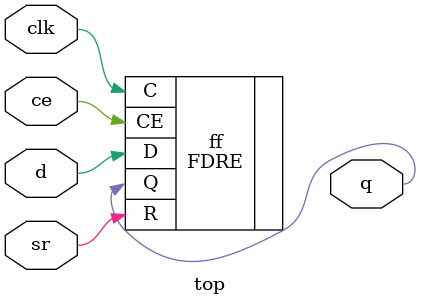
<source format=v>

module top(input clk, ce, sr, d, output q);
	(* LOC="SLICE_X16Y100", BEL="AFF", DONT_TOUCH *)
	FDRE ff (
		.C(clk),
		.CE(ce),
		.R(sr),
		.D(d),
		.Q(q)
	);
endmodule


</source>
